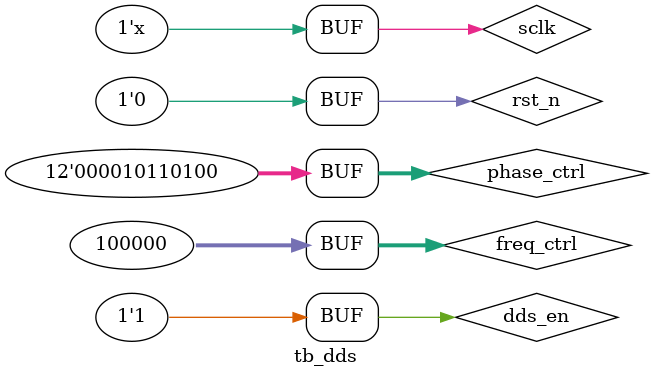
<source format=v>
`timescale 1ns / 1ps


module tb_dds(

    );
    reg         sclk;
    reg         rst_n;
    reg         dds_en;
    reg [31:0]  freq_ctrl;
    reg [11:0]  phase_ctrl;
    wire[11:0]  dds_data;
    wire        dds_data_en;
    initial begin 
    sclk    =   1'b0;
    rst_n   =   1'b0;
    end
    
    always  #5  sclk = ~sclk;
    
    initial begin 
    dds_en      =   1'b0;
    freq_ctrl   =   32'd0;
    phase_ctrl  =   12'd0;
    #500
    dds_en  =   1'b1;
    freq_ctrl   =   32'd1000000;
    phase_ctrl  =   90;
    #20000
    freq_ctrl   =   32'd100000;
    phase_ctrl  =   180;
    end
    
    
    dds dds(
    .sclk            (sclk           ),              
    .rst_n           (rst_n          ),
    .dds_en          (dds_en         ),
    .freq_ctrl       (freq_ctrl      ),
    .phase_ctrl      (phase_ctrl     ),
    .dds_data        (dds_data       ),
    .dds_data_en     (dds_data_en    )
    );
    
endmodule

</source>
